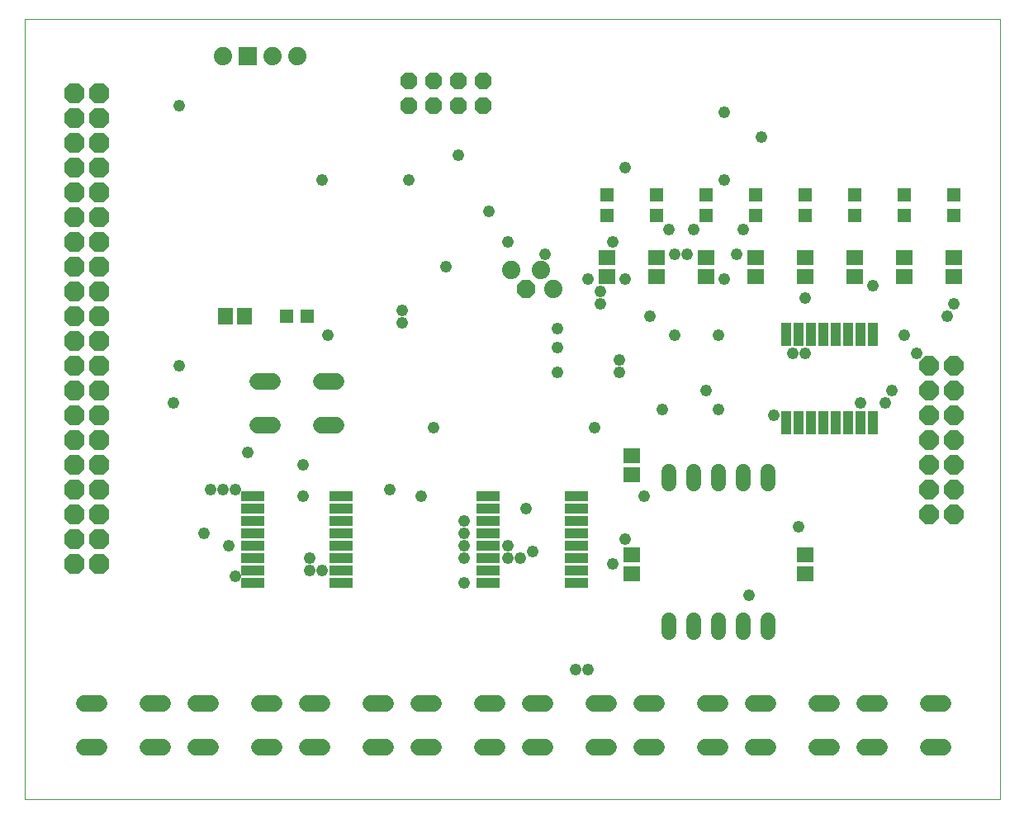
<source format=gts>
G75*
%MOIN*%
%OFA0B0*%
%FSLAX25Y25*%
%IPPOS*%
%LPD*%
%AMOC8*
5,1,8,0,0,1.08239X$1,22.5*
%
%ADD10C,0.00000*%
%ADD11OC8,0.07800*%
%ADD12R,0.05524X0.05524*%
%ADD13OC8,0.08200*%
%ADD14R,0.06706X0.05918*%
%ADD15R,0.05918X0.06706*%
%ADD16C,0.06800*%
%ADD17OC8,0.06800*%
%ADD18R,0.09800X0.04100*%
%ADD19R,0.04100X0.09800*%
%ADD20C,0.07400*%
%ADD21R,0.07400X0.07400*%
%ADD22OC8,0.07400*%
%ADD23C,0.06000*%
%ADD24C,0.04800*%
D10*
X0001800Y0001800D02*
X0001800Y0316761D01*
X0395501Y0316761D01*
X0395501Y0001800D01*
X0001800Y0001800D01*
D11*
X0366800Y0116800D03*
X0376800Y0116800D03*
X0376800Y0126800D03*
X0366800Y0126800D03*
X0366800Y0136800D03*
X0376800Y0136800D03*
X0376800Y0146800D03*
X0366800Y0146800D03*
X0366800Y0156800D03*
X0376800Y0156800D03*
X0376800Y0166800D03*
X0366800Y0166800D03*
X0366800Y0176800D03*
X0376800Y0176800D03*
D12*
X0376800Y0237666D03*
X0376800Y0245934D03*
X0356800Y0245934D03*
X0356800Y0237666D03*
X0336800Y0237666D03*
X0336800Y0245934D03*
X0316800Y0245934D03*
X0316800Y0237666D03*
X0296800Y0237666D03*
X0296800Y0245934D03*
X0276800Y0245934D03*
X0276800Y0237666D03*
X0256800Y0237666D03*
X0256800Y0245934D03*
X0236800Y0245934D03*
X0236800Y0237666D03*
X0115934Y0196800D03*
X0107666Y0196800D03*
D13*
X0031800Y0196800D03*
X0021800Y0196800D03*
X0021800Y0186800D03*
X0031800Y0186800D03*
X0031800Y0176800D03*
X0021800Y0176800D03*
X0021800Y0166800D03*
X0031800Y0166800D03*
X0031800Y0156800D03*
X0021800Y0156800D03*
X0021800Y0146800D03*
X0031800Y0146800D03*
X0031800Y0136800D03*
X0021800Y0136800D03*
X0021800Y0126800D03*
X0031800Y0126800D03*
X0031800Y0116800D03*
X0021800Y0116800D03*
X0021800Y0106800D03*
X0031800Y0106800D03*
X0031800Y0096800D03*
X0021800Y0096800D03*
X0021800Y0206800D03*
X0031800Y0206800D03*
X0031800Y0216800D03*
X0021800Y0216800D03*
X0021800Y0226800D03*
X0031800Y0226800D03*
X0031800Y0236800D03*
X0021800Y0236800D03*
X0021800Y0246800D03*
X0031800Y0246800D03*
X0031800Y0256800D03*
X0021800Y0256800D03*
X0021800Y0266800D03*
X0031800Y0266800D03*
X0031800Y0276800D03*
X0021800Y0276800D03*
X0021800Y0286800D03*
X0031800Y0286800D03*
D14*
X0236800Y0220540D03*
X0236800Y0213060D03*
X0256800Y0213060D03*
X0256800Y0220540D03*
X0276800Y0220540D03*
X0276800Y0213060D03*
X0296800Y0213060D03*
X0296800Y0220540D03*
X0316800Y0220540D03*
X0316800Y0213060D03*
X0336800Y0213060D03*
X0336800Y0220540D03*
X0356800Y0220540D03*
X0356800Y0213060D03*
X0376800Y0213060D03*
X0376800Y0220540D03*
X0246800Y0140540D03*
X0246800Y0133060D03*
X0246800Y0100540D03*
X0246800Y0093060D03*
X0316800Y0093060D03*
X0316800Y0100540D03*
D15*
X0090540Y0196800D03*
X0083060Y0196800D03*
D16*
X0096000Y0170700D02*
X0102000Y0170700D01*
X0121600Y0170700D02*
X0127600Y0170700D01*
X0127600Y0152900D02*
X0121600Y0152900D01*
X0102000Y0152900D02*
X0096000Y0152900D01*
X0096600Y0040700D02*
X0102600Y0040700D01*
X0116000Y0040700D02*
X0122000Y0040700D01*
X0122000Y0022900D02*
X0116000Y0022900D01*
X0102600Y0022900D02*
X0096600Y0022900D01*
X0077000Y0022900D02*
X0071000Y0022900D01*
X0057600Y0022900D02*
X0051600Y0022900D01*
X0032000Y0022900D02*
X0026000Y0022900D01*
X0026000Y0040700D02*
X0032000Y0040700D01*
X0051600Y0040700D02*
X0057600Y0040700D01*
X0071000Y0040700D02*
X0077000Y0040700D01*
X0141600Y0040700D02*
X0147600Y0040700D01*
X0161000Y0040700D02*
X0167000Y0040700D01*
X0167000Y0022900D02*
X0161000Y0022900D01*
X0147600Y0022900D02*
X0141600Y0022900D01*
X0186600Y0022900D02*
X0192600Y0022900D01*
X0206000Y0022900D02*
X0212000Y0022900D01*
X0212000Y0040700D02*
X0206000Y0040700D01*
X0192600Y0040700D02*
X0186600Y0040700D01*
X0231600Y0040700D02*
X0237600Y0040700D01*
X0251000Y0040700D02*
X0257000Y0040700D01*
X0257000Y0022900D02*
X0251000Y0022900D01*
X0237600Y0022900D02*
X0231600Y0022900D01*
X0276600Y0022900D02*
X0282600Y0022900D01*
X0296000Y0022900D02*
X0302000Y0022900D01*
X0302000Y0040700D02*
X0296000Y0040700D01*
X0282600Y0040700D02*
X0276600Y0040700D01*
X0321600Y0040700D02*
X0327600Y0040700D01*
X0341000Y0040700D02*
X0347000Y0040700D01*
X0366600Y0040700D02*
X0372600Y0040700D01*
X0372600Y0022900D02*
X0366600Y0022900D01*
X0347000Y0022900D02*
X0341000Y0022900D01*
X0327600Y0022900D02*
X0321600Y0022900D01*
D17*
X0186800Y0281800D03*
X0176800Y0281800D03*
X0176800Y0291800D03*
X0186800Y0291800D03*
X0166800Y0291800D03*
X0156800Y0291800D03*
X0156800Y0281800D03*
X0166800Y0281800D03*
D18*
X0189000Y0124300D03*
X0189000Y0119300D03*
X0189000Y0114300D03*
X0189000Y0109300D03*
X0189000Y0104300D03*
X0189000Y0099300D03*
X0189000Y0094300D03*
X0189000Y0089300D03*
X0224600Y0089300D03*
X0224600Y0094300D03*
X0224600Y0099300D03*
X0224600Y0104300D03*
X0224600Y0109300D03*
X0224600Y0114300D03*
X0224600Y0119300D03*
X0224600Y0124300D03*
X0129600Y0124300D03*
X0129600Y0119300D03*
X0129600Y0114300D03*
X0129600Y0109300D03*
X0129600Y0104300D03*
X0129600Y0099300D03*
X0129600Y0094300D03*
X0129600Y0089300D03*
X0094000Y0089300D03*
X0094000Y0094300D03*
X0094000Y0099300D03*
X0094000Y0104300D03*
X0094000Y0109300D03*
X0094000Y0114300D03*
X0094000Y0119300D03*
X0094000Y0124300D03*
D19*
X0309300Y0154000D03*
X0314300Y0154000D03*
X0319300Y0154000D03*
X0324300Y0154000D03*
X0329300Y0154000D03*
X0334300Y0154000D03*
X0339300Y0154000D03*
X0344300Y0154000D03*
X0344300Y0189600D03*
X0339300Y0189600D03*
X0334300Y0189600D03*
X0329300Y0189600D03*
X0324300Y0189600D03*
X0319300Y0189600D03*
X0314300Y0189600D03*
X0309300Y0189600D03*
D20*
X0215300Y0207987D03*
X0210300Y0215613D03*
X0198300Y0215613D03*
X0111800Y0301800D03*
X0101800Y0301800D03*
X0081800Y0301800D03*
D21*
X0091800Y0301800D03*
D22*
X0204300Y0207987D03*
D23*
X0261800Y0134400D02*
X0261800Y0129200D01*
X0271800Y0129200D02*
X0271800Y0134400D01*
X0281800Y0134400D02*
X0281800Y0129200D01*
X0291800Y0129200D02*
X0291800Y0134400D01*
X0301800Y0134400D02*
X0301800Y0129200D01*
X0301800Y0074400D02*
X0301800Y0069200D01*
X0291800Y0069200D02*
X0291800Y0074400D01*
X0281800Y0074400D02*
X0281800Y0069200D01*
X0271800Y0069200D02*
X0271800Y0074400D01*
X0261800Y0074400D02*
X0261800Y0069200D01*
D24*
X0229300Y0054300D03*
X0224300Y0054300D03*
X0179300Y0089300D03*
X0179300Y0099300D03*
X0179300Y0104300D03*
X0179300Y0109300D03*
X0179300Y0114300D03*
X0161800Y0124300D03*
X0149300Y0126800D03*
X0166800Y0151800D03*
X0204300Y0119300D03*
X0196800Y0104300D03*
X0196800Y0099300D03*
X0201800Y0099300D03*
X0206800Y0101800D03*
X0239300Y0096800D03*
X0244300Y0106800D03*
X0251800Y0124300D03*
X0231800Y0151800D03*
X0241800Y0174300D03*
X0241800Y0179300D03*
X0254300Y0196800D03*
X0264300Y0189300D03*
X0281800Y0189300D03*
X0284300Y0211800D03*
X0289300Y0221800D03*
X0291800Y0231800D03*
X0271800Y0231800D03*
X0261800Y0231800D03*
X0264300Y0221800D03*
X0269300Y0221800D03*
X0244300Y0211800D03*
X0234300Y0206800D03*
X0234300Y0201800D03*
X0229300Y0211800D03*
X0211800Y0221800D03*
X0196800Y0226800D03*
X0189300Y0239300D03*
X0176800Y0261800D03*
X0156800Y0251800D03*
X0121800Y0251800D03*
X0171800Y0216800D03*
X0154300Y0199300D03*
X0154300Y0194300D03*
X0124300Y0189300D03*
X0091800Y0141800D03*
X0086800Y0126800D03*
X0081800Y0126800D03*
X0076800Y0126800D03*
X0074300Y0109300D03*
X0084300Y0104300D03*
X0086800Y0091800D03*
X0116800Y0094300D03*
X0121800Y0094300D03*
X0116800Y0099300D03*
X0114300Y0124300D03*
X0114300Y0136800D03*
X0061800Y0161800D03*
X0064300Y0176800D03*
X0064300Y0281800D03*
X0216800Y0191800D03*
X0216800Y0184300D03*
X0216800Y0174300D03*
X0259300Y0159300D03*
X0276800Y0166800D03*
X0281800Y0159300D03*
X0304300Y0156800D03*
X0311800Y0181800D03*
X0316800Y0181800D03*
X0316800Y0204300D03*
X0344300Y0209300D03*
X0356800Y0189300D03*
X0361800Y0181800D03*
X0374300Y0196800D03*
X0376800Y0201800D03*
X0351800Y0166800D03*
X0349300Y0161800D03*
X0339300Y0161800D03*
X0314300Y0111800D03*
X0294300Y0084300D03*
X0239300Y0226800D03*
X0244300Y0256800D03*
X0284300Y0251800D03*
X0299300Y0269300D03*
X0284300Y0279300D03*
M02*

</source>
